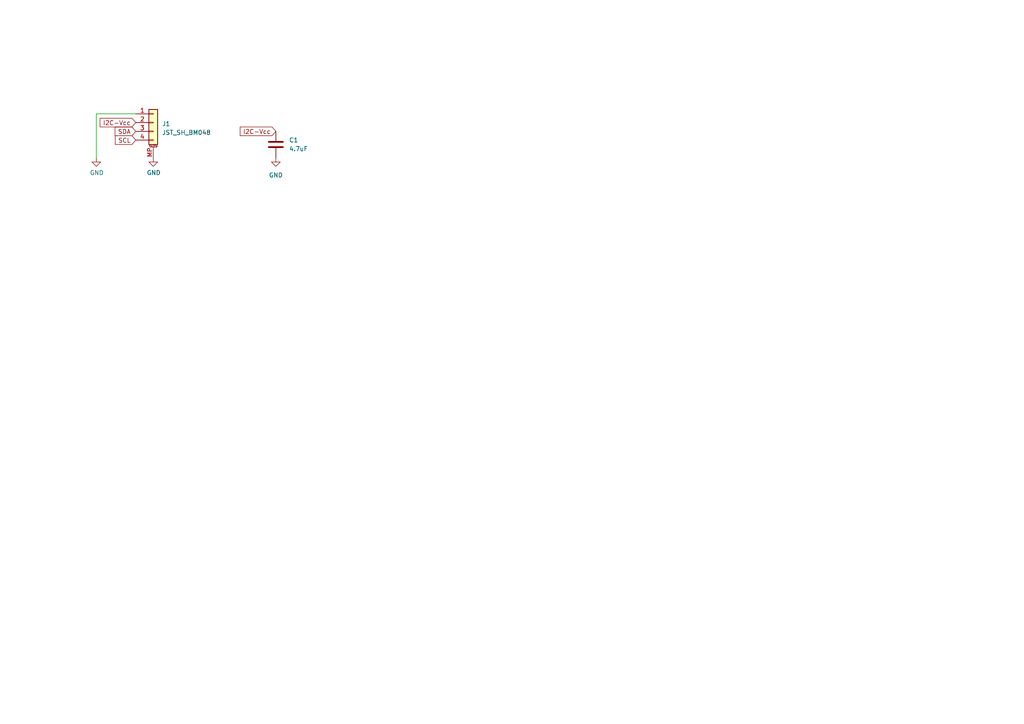
<source format=kicad_sch>
(kicad_sch (version 20211123) (generator eeschema)
  (paper "A4")
  (lib_symbols
    (symbol "Connector_QWIIC_Stackable:QWIIC_Stackable" (pin_names (offset 1.016) hide)
      (property "Reference" "J" (at 0 5.08 0))
      (property "Value" "QWIIC_Stackable" (at 1.27 -7.62 0))
      (symbol "QWIIC_Stackable_1_1"
        (rectangle (start -1.27 -4.953) (end 0 -5.207) (stroke (width 0.1524)))
        (rectangle (start -1.27 -2.413) (end 0 -2.667) (stroke (width 0.1524)))
        (rectangle (start -1.27 0.127) (end 0 -0.127) (stroke (width 0.1524)))
        (rectangle (start -1.27 2.667) (end 0 2.413) (stroke (width 0.1524)))
        (rectangle (start -1.27 3.81) (end 1.27 -6.35) (stroke (width 0.254)) (fill (type background)))
        (polyline (pts (xy -1.016 -7.112) (xy 1.016 -7.112)) (stroke (width 0.1524)))
        (text "Mounting" (at 0 -6.731 0) (effects (font (size 0.381 0.381))))
        (pin passive line (at -5.08 2.54 0) (length 3.81) (name "Pin_1") (number "1"))
        (pin passive line (at -5.08 0 0) (length 3.81) (name "Pin_2") (number "2"))
        (pin passive line (at -5.08 -2.54 0) (length 3.81) (name "Pin_3") (number "3"))
        (pin passive line (at -5.08 -5.08 0) (length 3.81) (name "Pin_4") (number "4"))
        (pin passive line (at 0 -10.16 90) (length 3.048) (name "MountPin") (number "MP"))
      )
    )
    (symbol "Device:C" (pin_numbers hide) (pin_names (offset 0.254))
      (property "Reference" "C" (at 0.635 2.54 0))
      (property "Value" "C" (at 0.635 -2.54 0))
      (symbol "C_0_1"
        (polyline (pts (xy -2.032 -0.762) (xy 2.032 -0.762)) (stroke (width 0.508)))
        (polyline (pts (xy -2.032 0.762) (xy 2.032 0.762)) (stroke (width 0.508)))
      )
      (symbol "C_1_1"
        (pin passive line (at 0 3.81 270) (length 2.794) (name "~") (number "1"))
        (pin passive line (at 0 -3.81 90) (length 2.794) (name "~") (number "2"))
      )
    )
    (symbol "power:GND" (power) (pin_names (offset 0))
      (property "Value" "GND" (at 0 -3.81 0))
      (symbol "GND_0_1"
        (polyline (pts (xy 0 0) (xy 0 -1.27) (xy 1.27 -1.27) (xy 0 -2.54) (xy -1.27 -1.27) (xy 0 -1.27)))
      )
      (symbol "GND_1_1"
        (pin power_in line (at 0 0 270) (length 0) hide (name "GND") (number "1"))
      )
    )
  )
  (wire (pts (xy 27.94 33.02) (xy 39.37 33.02)))
  (wire (pts (xy 27.94 45.72) (xy 27.94 33.02)))
  (global_label "SDA" (shape input) (at 39.37 38.1 180) (property "Intersheet References" "${INTERSHEET_REFS}" (effects hide)))
  (global_label "I2C-Vcc" (shape input) (at 80.01 38.1 180) (property "Intersheet References" "${INTERSHEET_REFS}" (effects hide)))
  (global_label "I2C-Vcc" (shape input) (at 39.37 35.56 180) (property "Intersheet References" "${INTERSHEET_REFS}" (effects hide)))
  (global_label "SCL" (shape input) (at 39.37 40.64 180) (property "Intersheet References" "${INTERSHEET_REFS}" (effects hide)))
  (symbol (lib_id "power:GND") (at 44.45 45.72 0) (unit 1)
    (property "Reference" "#PWR0101" (effects hide))
    (property "Value" "GND" (at 44.577 50.1142 0))
  )
  (symbol (lib_id "Device:C") (at 80.01 41.91 0) (unit 1)
    (property "Reference" "C1" (at 83.82 40.6399 0) (effects (justify left)))
    (property "Value" "4.7uF" (at 83.82 43.1799 0) (effects (justify left)))
    (property "Footprint" "Capacitor_SMD:C_0805_2012Metric" (effects hide))
    (property "LCSC" "C107153" (effects hide))
  )
  (symbol (lib_id "power:GND") (at 27.94 45.72 0) (unit 1)
    (property "Reference" "#PWR0102" (effects hide))
    (property "Value" "GND" (at 28.067 50.1142 0))
  )
  (symbol (lib_id "power:GND") (at 80.01 45.72 0) (unit 1)
    (property "Reference" "#PWR0103" (effects hide))
    (property "Value" "GND" (at 80.01 50.8 0))
  )
  (symbol (lib_id "Connector_QWIIC_Stackable:QWIIC_Stackable") (at 44.45 35.56 0) (unit 1)
    (property "Reference" "J1" (at 46.99 35.9155 0) (effects (justify left)))
    (property "Value" "JST_SH_BM048" (at 46.99 38.4555 0) (effects (justify left)))
    (property "Footprint" "Connector_JST:JST_SH_SM04B-SRSS-TB_1x04-1MP_P1.00mm_Horizontal" (effects hide))
    (property "LCSC" "C145961" (effects hide))
  )
)
</source>
